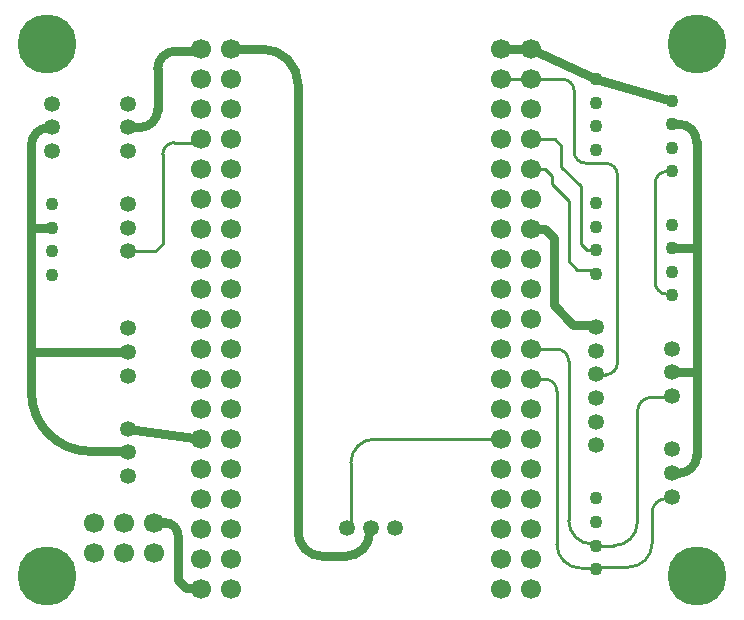
<source format=gbr>
G04 DesignSpark PCB Gerber Version 10.0 Build 5299*
G04 #@! TF.Part,Single*
G04 #@! TF.FileFunction,Copper,L2,Bot*
G04 #@! TF.FilePolarity,Positive*
%FSLAX35Y35*%
%MOIN*%
%ADD11C,0.01000*%
%ADD28C,0.03150*%
G04 #@! TA.AperFunction,ComponentPad*
%ADD73C,0.04331*%
%ADD74C,0.05315*%
G04 #@! TA.AperFunction,WasherPad*
%ADD72C,0.06693*%
%ADD29C,0.19685*%
G04 #@! TD.AperFunction*
X0Y0D02*
D02*
D11*
X37214Y119183D02*
X46506D01*
X48907Y121584D01*
Y151506D01*
G75*
G02*
X52844Y155443I3937J0D01*
G01*
X60403D01*
X61545Y156584D01*
X161545Y56584D02*
X119498D01*
G75*
G03*
X111624Y48710I0J-7874D01*
G01*
Y27214D01*
X111230Y26820D01*
X110521D01*
X161545Y176584D02*
X171545D01*
Y76584D02*
X176387D01*
G75*
G02*
X180324Y72647I0J-3937D01*
G01*
Y21506D01*
G75*
G03*
X188198Y13631I7874J0D01*
G01*
X193080D01*
X193513Y13198D01*
X171545Y86584D02*
X180324D01*
G75*
G02*
X184261Y82647I0J-3937D01*
G01*
Y29498D01*
G75*
G03*
X192135Y21624I7874J0D01*
G01*
X192962D01*
X193513Y21072D01*
X171545Y146584D02*
X176387D01*
X178553Y144419D01*
Y141584D01*
X184261Y135876D01*
Y116033D01*
X187175Y113120D01*
X192057D01*
X193513Y111663D01*
X171545Y156584D02*
X179537D01*
X181820Y154301D01*
Y147293D01*
X188277Y140836D01*
Y121624D01*
X190324Y119576D01*
X193474D01*
X193513Y119537D01*
X171545Y176584D02*
X182135D01*
G75*
G02*
X186072Y172647I0J-3937D01*
G01*
Y152490D01*
G75*
G03*
X190009Y148553I3937J0D01*
G01*
X196584D01*
G75*
G02*
X200521Y144616I0J-3937D01*
G01*
Y82017D01*
G75*
G02*
X196584Y78080I-3937J0D01*
G01*
X193631D01*
X193513Y78198D01*
Y13198D02*
Y13946D01*
X204183D01*
G75*
G03*
X212057Y21820I0J7874D01*
G01*
Y32096D01*
G75*
G02*
X216781Y36820I4724J0D01*
G01*
X218120D01*
X218710Y37411D01*
X193513Y21072D02*
X199301D01*
G75*
G03*
X207175Y28946I0J7874D01*
G01*
Y65797D01*
G75*
G02*
X211899Y70521I4724J0D01*
G01*
X218198D01*
X218710Y71033D01*
Y145836D02*
X217017D01*
G75*
G03*
X213080Y141899I0J-3937D01*
G01*
Y108828D01*
G75*
G03*
X217017Y104891I3937J0D01*
G01*
X218317D01*
X218710Y104498D01*
D02*
D28*
X5167Y85639D02*
Y72214D01*
G75*
G03*
X24852Y52529I19685J0D01*
G01*
X36545D01*
X36899Y52175D01*
X37214D01*
X5167Y127057D02*
Y85639D01*
X12017Y127057D02*
X5167D01*
X12017Y160482D02*
X11072D01*
G75*
G03*
X5167Y154576I0J-5906D01*
G01*
Y127057D01*
X37214Y60049D02*
X61545Y56584D01*
X37214Y85639D02*
X5167D01*
X37214Y160482D02*
X41348D01*
G75*
G03*
X47254Y166387I0J5906D01*
G01*
Y180009D01*
G75*
G02*
X53159Y185915I5906J0D01*
G01*
X60876D01*
X61545Y186584D01*
X45994Y28789D02*
X49655D01*
G75*
G02*
X54104Y24340I0J-4449D01*
G01*
Y9734D01*
X56742Y7096D01*
X61033D01*
X61545Y6584D01*
X71545Y186584D02*
X82254D01*
G75*
G02*
X94065Y174773I0J-11811D01*
G01*
Y25482D01*
G75*
G03*
X101939Y17608I7874J0D01*
G01*
X110049D01*
G75*
G03*
X117923Y25482I0J7874D01*
G01*
Y25836D01*
X118395Y26309D01*
Y26820D01*
X161545Y186584D02*
X166545D01*
X171545D01*
Y126584D02*
X176427D01*
X179380Y123631D01*
Y101191D01*
X185836Y94734D01*
X192726D01*
X193513Y93946D01*
X171545Y186584D02*
X193513Y176624D01*
X218710Y169458D01*
Y78907D02*
X226899D01*
X218710Y120246D02*
X226899D01*
X218710Y161584D02*
X220994D01*
G75*
G02*
X226899Y155679I0J-5906D01*
G01*
Y120246D01*
Y78907D02*
Y51112D01*
G75*
G02*
X220994Y45206I-5906J0D01*
G01*
X218789D01*
X218710Y45285D01*
X226899Y120246D02*
Y78907D01*
D02*
D29*
X10443Y11072D03*
Y188238D03*
X226978Y11072D03*
Y188238D03*
D02*
D72*
X25994Y18789D03*
Y28789D03*
X35994Y18789D03*
Y28789D03*
X45994Y18789D03*
Y28789D03*
X61545Y6584D03*
Y16584D03*
Y26584D03*
Y36584D03*
Y46584D03*
Y56584D03*
Y66584D03*
Y76584D03*
Y86584D03*
Y96584D03*
Y106584D03*
Y116584D03*
Y126584D03*
Y136584D03*
Y146584D03*
Y156584D03*
Y166584D03*
Y176584D03*
Y186584D03*
X71545Y6584D03*
Y16584D03*
Y26584D03*
Y36584D03*
Y46584D03*
Y56584D03*
Y66584D03*
Y76584D03*
Y86584D03*
Y96584D03*
Y106584D03*
Y116584D03*
Y126584D03*
Y136584D03*
Y146584D03*
Y156584D03*
Y166584D03*
Y176584D03*
Y186584D03*
X161545Y6584D03*
Y16584D03*
Y26584D03*
Y36584D03*
Y46584D03*
Y56584D03*
Y66584D03*
Y76584D03*
Y86584D03*
Y96584D03*
Y106584D03*
Y116584D03*
Y126584D03*
Y136584D03*
Y146584D03*
Y156584D03*
Y166584D03*
Y176584D03*
Y186584D03*
X171545Y6584D03*
Y16584D03*
Y26584D03*
Y36584D03*
Y46584D03*
Y56584D03*
Y66584D03*
Y76584D03*
Y86584D03*
Y96584D03*
Y106584D03*
Y116584D03*
Y126584D03*
Y136584D03*
Y146584D03*
Y156584D03*
Y166584D03*
Y176584D03*
Y186584D03*
D02*
D73*
X12017Y111309D03*
Y119183D03*
Y127057D03*
Y134931D03*
X193513Y13198D03*
Y21072D03*
Y28946D03*
Y36820D03*
Y111663D03*
Y119537D03*
Y127411D03*
Y135285D03*
Y153002D03*
Y160876D03*
Y168750D03*
Y176624D03*
X218710Y104498D03*
Y112372D03*
Y120246D03*
Y128120D03*
Y145836D03*
Y153710D03*
Y161584D03*
Y169458D03*
D02*
D74*
X12017Y152608D03*
Y160482D03*
Y168356D03*
X37214Y44301D03*
Y52175D03*
Y60049D03*
Y77765D03*
Y85639D03*
Y93513D03*
Y119183D03*
Y127057D03*
Y134931D03*
Y152608D03*
Y160482D03*
Y168356D03*
X110521Y26820D03*
X118395D03*
X126269D03*
X193513Y54576D03*
Y62450D03*
Y70324D03*
Y78198D03*
Y86072D03*
Y93946D03*
X218710Y37411D03*
Y45285D03*
Y53159D03*
Y71033D03*
Y78907D03*
Y86781D03*
X0Y0D02*
M02*

</source>
